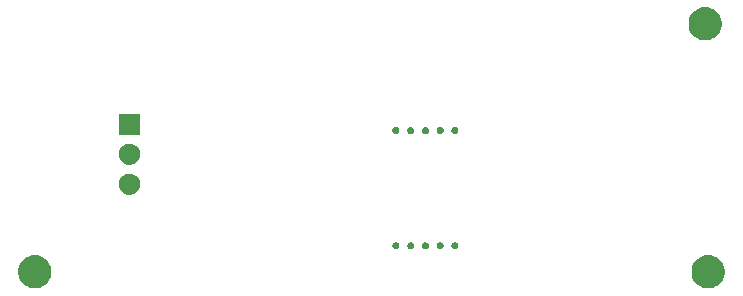
<source format=gbr>
G04 #@! TF.GenerationSoftware,KiCad,Pcbnew,(5.1.5)-3*
G04 #@! TF.CreationDate,2021-01-14T16:52:46-05:00*
G04 #@! TF.ProjectId,MOSFET_test_board,4d4f5346-4554-45f7-9465-73745f626f61,rev?*
G04 #@! TF.SameCoordinates,Original*
G04 #@! TF.FileFunction,Soldermask,Bot*
G04 #@! TF.FilePolarity,Negative*
%FSLAX46Y46*%
G04 Gerber Fmt 4.6, Leading zero omitted, Abs format (unit mm)*
G04 Created by KiCad (PCBNEW (5.1.5)-3) date 2021-01-14 16:52:46*
%MOMM*%
%LPD*%
G04 APERTURE LIST*
%ADD10C,0.100000*%
G04 APERTURE END LIST*
D10*
G36*
X29728047Y-67617934D02*
G01*
X29908365Y-67653801D01*
X30163149Y-67759336D01*
X30392448Y-67912549D01*
X30587451Y-68107552D01*
X30740664Y-68336851D01*
X30846199Y-68591635D01*
X30900000Y-68862112D01*
X30900000Y-69137888D01*
X30846199Y-69408365D01*
X30740664Y-69663149D01*
X30587451Y-69892448D01*
X30392448Y-70087451D01*
X30163149Y-70240664D01*
X29908365Y-70346199D01*
X29728047Y-70382066D01*
X29637889Y-70400000D01*
X29362111Y-70400000D01*
X29271953Y-70382066D01*
X29091635Y-70346199D01*
X28836851Y-70240664D01*
X28607552Y-70087451D01*
X28412549Y-69892448D01*
X28259336Y-69663149D01*
X28153801Y-69408365D01*
X28100000Y-69137888D01*
X28100000Y-68862112D01*
X28153801Y-68591635D01*
X28259336Y-68336851D01*
X28412549Y-68107552D01*
X28607552Y-67912549D01*
X28836851Y-67759336D01*
X29091635Y-67653801D01*
X29271953Y-67617934D01*
X29362111Y-67600000D01*
X29637889Y-67600000D01*
X29728047Y-67617934D01*
G37*
G36*
X86728047Y-67617934D02*
G01*
X86908365Y-67653801D01*
X87163149Y-67759336D01*
X87392448Y-67912549D01*
X87587451Y-68107552D01*
X87740664Y-68336851D01*
X87846199Y-68591635D01*
X87900000Y-68862112D01*
X87900000Y-69137888D01*
X87846199Y-69408365D01*
X87740664Y-69663149D01*
X87587451Y-69892448D01*
X87392448Y-70087451D01*
X87163149Y-70240664D01*
X86908365Y-70346199D01*
X86728047Y-70382066D01*
X86637889Y-70400000D01*
X86362111Y-70400000D01*
X86271953Y-70382066D01*
X86091635Y-70346199D01*
X85836851Y-70240664D01*
X85607552Y-70087451D01*
X85412549Y-69892448D01*
X85259336Y-69663149D01*
X85153801Y-69408365D01*
X85100000Y-69137888D01*
X85100000Y-68862112D01*
X85153801Y-68591635D01*
X85259336Y-68336851D01*
X85412549Y-68107552D01*
X85607552Y-67912549D01*
X85836851Y-67759336D01*
X86091635Y-67653801D01*
X86271953Y-67617934D01*
X86362111Y-67600000D01*
X86637889Y-67600000D01*
X86728047Y-67617934D01*
G37*
G36*
X62607795Y-66487640D02*
G01*
X62657507Y-66497528D01*
X62712103Y-66520143D01*
X62761239Y-66552974D01*
X62803026Y-66594761D01*
X62835857Y-66643897D01*
X62858472Y-66698493D01*
X62870000Y-66756453D01*
X62870000Y-66815547D01*
X62858472Y-66873507D01*
X62835857Y-66928103D01*
X62803026Y-66977239D01*
X62761239Y-67019026D01*
X62712103Y-67051857D01*
X62657507Y-67074472D01*
X62607795Y-67084360D01*
X62599548Y-67086000D01*
X62540452Y-67086000D01*
X62532205Y-67084360D01*
X62482493Y-67074472D01*
X62427897Y-67051857D01*
X62378761Y-67019026D01*
X62336974Y-66977239D01*
X62304143Y-66928103D01*
X62281528Y-66873507D01*
X62270000Y-66815547D01*
X62270000Y-66756453D01*
X62281528Y-66698493D01*
X62304143Y-66643897D01*
X62336974Y-66594761D01*
X62378761Y-66552974D01*
X62427897Y-66520143D01*
X62482493Y-66497528D01*
X62532205Y-66487640D01*
X62540452Y-66486000D01*
X62599548Y-66486000D01*
X62607795Y-66487640D01*
G37*
G36*
X63857795Y-66487640D02*
G01*
X63907507Y-66497528D01*
X63962103Y-66520143D01*
X64011239Y-66552974D01*
X64053026Y-66594761D01*
X64085857Y-66643897D01*
X64108472Y-66698493D01*
X64120000Y-66756453D01*
X64120000Y-66815547D01*
X64108472Y-66873507D01*
X64085857Y-66928103D01*
X64053026Y-66977239D01*
X64011239Y-67019026D01*
X63962103Y-67051857D01*
X63907507Y-67074472D01*
X63857795Y-67084360D01*
X63849548Y-67086000D01*
X63790452Y-67086000D01*
X63782205Y-67084360D01*
X63732493Y-67074472D01*
X63677897Y-67051857D01*
X63628761Y-67019026D01*
X63586974Y-66977239D01*
X63554143Y-66928103D01*
X63531528Y-66873507D01*
X63520000Y-66815547D01*
X63520000Y-66756453D01*
X63531528Y-66698493D01*
X63554143Y-66643897D01*
X63586974Y-66594761D01*
X63628761Y-66552974D01*
X63677897Y-66520143D01*
X63732493Y-66497528D01*
X63782205Y-66487640D01*
X63790452Y-66486000D01*
X63849548Y-66486000D01*
X63857795Y-66487640D01*
G37*
G36*
X60107795Y-66487640D02*
G01*
X60157507Y-66497528D01*
X60212103Y-66520143D01*
X60261239Y-66552974D01*
X60303026Y-66594761D01*
X60335857Y-66643897D01*
X60358472Y-66698493D01*
X60370000Y-66756453D01*
X60370000Y-66815547D01*
X60358472Y-66873507D01*
X60335857Y-66928103D01*
X60303026Y-66977239D01*
X60261239Y-67019026D01*
X60212103Y-67051857D01*
X60157507Y-67074472D01*
X60107795Y-67084360D01*
X60099548Y-67086000D01*
X60040452Y-67086000D01*
X60032205Y-67084360D01*
X59982493Y-67074472D01*
X59927897Y-67051857D01*
X59878761Y-67019026D01*
X59836974Y-66977239D01*
X59804143Y-66928103D01*
X59781528Y-66873507D01*
X59770000Y-66815547D01*
X59770000Y-66756453D01*
X59781528Y-66698493D01*
X59804143Y-66643897D01*
X59836974Y-66594761D01*
X59878761Y-66552974D01*
X59927897Y-66520143D01*
X59982493Y-66497528D01*
X60032205Y-66487640D01*
X60040452Y-66486000D01*
X60099548Y-66486000D01*
X60107795Y-66487640D01*
G37*
G36*
X61357795Y-66487640D02*
G01*
X61407507Y-66497528D01*
X61462103Y-66520143D01*
X61511239Y-66552974D01*
X61553026Y-66594761D01*
X61585857Y-66643897D01*
X61608472Y-66698493D01*
X61620000Y-66756453D01*
X61620000Y-66815547D01*
X61608472Y-66873507D01*
X61585857Y-66928103D01*
X61553026Y-66977239D01*
X61511239Y-67019026D01*
X61462103Y-67051857D01*
X61407507Y-67074472D01*
X61357795Y-67084360D01*
X61349548Y-67086000D01*
X61290452Y-67086000D01*
X61282205Y-67084360D01*
X61232493Y-67074472D01*
X61177897Y-67051857D01*
X61128761Y-67019026D01*
X61086974Y-66977239D01*
X61054143Y-66928103D01*
X61031528Y-66873507D01*
X61020000Y-66815547D01*
X61020000Y-66756453D01*
X61031528Y-66698493D01*
X61054143Y-66643897D01*
X61086974Y-66594761D01*
X61128761Y-66552974D01*
X61177897Y-66520143D01*
X61232493Y-66497528D01*
X61282205Y-66487640D01*
X61290452Y-66486000D01*
X61349548Y-66486000D01*
X61357795Y-66487640D01*
G37*
G36*
X65107795Y-66487640D02*
G01*
X65157507Y-66497528D01*
X65212103Y-66520143D01*
X65261239Y-66552974D01*
X65303026Y-66594761D01*
X65335857Y-66643897D01*
X65358472Y-66698493D01*
X65370000Y-66756453D01*
X65370000Y-66815547D01*
X65358472Y-66873507D01*
X65335857Y-66928103D01*
X65303026Y-66977239D01*
X65261239Y-67019026D01*
X65212103Y-67051857D01*
X65157507Y-67074472D01*
X65107795Y-67084360D01*
X65099548Y-67086000D01*
X65040452Y-67086000D01*
X65032205Y-67084360D01*
X64982493Y-67074472D01*
X64927897Y-67051857D01*
X64878761Y-67019026D01*
X64836974Y-66977239D01*
X64804143Y-66928103D01*
X64781528Y-66873507D01*
X64770000Y-66815547D01*
X64770000Y-66756453D01*
X64781528Y-66698493D01*
X64804143Y-66643897D01*
X64836974Y-66594761D01*
X64878761Y-66552974D01*
X64927897Y-66520143D01*
X64982493Y-66497528D01*
X65032205Y-66487640D01*
X65040452Y-66486000D01*
X65099548Y-66486000D01*
X65107795Y-66487640D01*
G37*
G36*
X37704561Y-60703057D02*
G01*
X37762520Y-60714586D01*
X37926310Y-60782430D01*
X38073717Y-60880924D01*
X38199076Y-61006283D01*
X38297570Y-61153690D01*
X38365414Y-61317480D01*
X38400000Y-61491358D01*
X38400000Y-61668642D01*
X38365414Y-61842520D01*
X38297570Y-62006310D01*
X38199076Y-62153717D01*
X38073717Y-62279076D01*
X37926310Y-62377570D01*
X37762520Y-62445414D01*
X37704561Y-62456943D01*
X37588644Y-62480000D01*
X37411356Y-62480000D01*
X37295439Y-62456943D01*
X37237480Y-62445414D01*
X37073690Y-62377570D01*
X36926283Y-62279076D01*
X36800924Y-62153717D01*
X36702430Y-62006310D01*
X36634586Y-61842520D01*
X36600000Y-61668642D01*
X36600000Y-61491358D01*
X36634586Y-61317480D01*
X36702430Y-61153690D01*
X36800924Y-61006283D01*
X36926283Y-60880924D01*
X37073690Y-60782430D01*
X37237480Y-60714586D01*
X37295439Y-60703057D01*
X37411356Y-60680000D01*
X37588644Y-60680000D01*
X37704561Y-60703057D01*
G37*
G36*
X37704561Y-58163057D02*
G01*
X37762520Y-58174586D01*
X37926310Y-58242430D01*
X38073717Y-58340924D01*
X38199076Y-58466283D01*
X38297570Y-58613690D01*
X38365414Y-58777480D01*
X38400000Y-58951358D01*
X38400000Y-59128642D01*
X38365414Y-59302520D01*
X38297570Y-59466310D01*
X38199076Y-59613717D01*
X38073717Y-59739076D01*
X37926310Y-59837570D01*
X37762520Y-59905414D01*
X37704561Y-59916943D01*
X37588644Y-59940000D01*
X37411356Y-59940000D01*
X37295439Y-59916943D01*
X37237480Y-59905414D01*
X37073690Y-59837570D01*
X36926283Y-59739076D01*
X36800924Y-59613717D01*
X36702430Y-59466310D01*
X36634586Y-59302520D01*
X36600000Y-59128642D01*
X36600000Y-58951358D01*
X36634586Y-58777480D01*
X36702430Y-58613690D01*
X36800924Y-58466283D01*
X36926283Y-58340924D01*
X37073690Y-58242430D01*
X37237480Y-58174586D01*
X37295439Y-58163057D01*
X37411356Y-58140000D01*
X37588644Y-58140000D01*
X37704561Y-58163057D01*
G37*
G36*
X38400000Y-57400000D02*
G01*
X36600000Y-57400000D01*
X36600000Y-55600000D01*
X38400000Y-55600000D01*
X38400000Y-57400000D01*
G37*
G36*
X63857795Y-56737640D02*
G01*
X63907507Y-56747528D01*
X63962103Y-56770143D01*
X64011239Y-56802974D01*
X64053026Y-56844761D01*
X64085857Y-56893897D01*
X64108472Y-56948493D01*
X64120000Y-57006453D01*
X64120000Y-57065547D01*
X64108472Y-57123507D01*
X64085857Y-57178103D01*
X64053026Y-57227239D01*
X64011239Y-57269026D01*
X63962103Y-57301857D01*
X63907507Y-57324472D01*
X63857795Y-57334360D01*
X63849548Y-57336000D01*
X63790452Y-57336000D01*
X63782205Y-57334360D01*
X63732493Y-57324472D01*
X63677897Y-57301857D01*
X63628761Y-57269026D01*
X63586974Y-57227239D01*
X63554143Y-57178103D01*
X63531528Y-57123507D01*
X63520000Y-57065547D01*
X63520000Y-57006453D01*
X63531528Y-56948493D01*
X63554143Y-56893897D01*
X63586974Y-56844761D01*
X63628761Y-56802974D01*
X63677897Y-56770143D01*
X63732493Y-56747528D01*
X63782205Y-56737640D01*
X63790452Y-56736000D01*
X63849548Y-56736000D01*
X63857795Y-56737640D01*
G37*
G36*
X60107795Y-56737640D02*
G01*
X60157507Y-56747528D01*
X60212103Y-56770143D01*
X60261239Y-56802974D01*
X60303026Y-56844761D01*
X60335857Y-56893897D01*
X60358472Y-56948493D01*
X60370000Y-57006453D01*
X60370000Y-57065547D01*
X60358472Y-57123507D01*
X60335857Y-57178103D01*
X60303026Y-57227239D01*
X60261239Y-57269026D01*
X60212103Y-57301857D01*
X60157507Y-57324472D01*
X60107795Y-57334360D01*
X60099548Y-57336000D01*
X60040452Y-57336000D01*
X60032205Y-57334360D01*
X59982493Y-57324472D01*
X59927897Y-57301857D01*
X59878761Y-57269026D01*
X59836974Y-57227239D01*
X59804143Y-57178103D01*
X59781528Y-57123507D01*
X59770000Y-57065547D01*
X59770000Y-57006453D01*
X59781528Y-56948493D01*
X59804143Y-56893897D01*
X59836974Y-56844761D01*
X59878761Y-56802974D01*
X59927897Y-56770143D01*
X59982493Y-56747528D01*
X60032205Y-56737640D01*
X60040452Y-56736000D01*
X60099548Y-56736000D01*
X60107795Y-56737640D01*
G37*
G36*
X61357795Y-56737640D02*
G01*
X61407507Y-56747528D01*
X61462103Y-56770143D01*
X61511239Y-56802974D01*
X61553026Y-56844761D01*
X61585857Y-56893897D01*
X61608472Y-56948493D01*
X61620000Y-57006453D01*
X61620000Y-57065547D01*
X61608472Y-57123507D01*
X61585857Y-57178103D01*
X61553026Y-57227239D01*
X61511239Y-57269026D01*
X61462103Y-57301857D01*
X61407507Y-57324472D01*
X61357795Y-57334360D01*
X61349548Y-57336000D01*
X61290452Y-57336000D01*
X61282205Y-57334360D01*
X61232493Y-57324472D01*
X61177897Y-57301857D01*
X61128761Y-57269026D01*
X61086974Y-57227239D01*
X61054143Y-57178103D01*
X61031528Y-57123507D01*
X61020000Y-57065547D01*
X61020000Y-57006453D01*
X61031528Y-56948493D01*
X61054143Y-56893897D01*
X61086974Y-56844761D01*
X61128761Y-56802974D01*
X61177897Y-56770143D01*
X61232493Y-56747528D01*
X61282205Y-56737640D01*
X61290452Y-56736000D01*
X61349548Y-56736000D01*
X61357795Y-56737640D01*
G37*
G36*
X62607795Y-56737640D02*
G01*
X62657507Y-56747528D01*
X62712103Y-56770143D01*
X62761239Y-56802974D01*
X62803026Y-56844761D01*
X62835857Y-56893897D01*
X62858472Y-56948493D01*
X62870000Y-57006453D01*
X62870000Y-57065547D01*
X62858472Y-57123507D01*
X62835857Y-57178103D01*
X62803026Y-57227239D01*
X62761239Y-57269026D01*
X62712103Y-57301857D01*
X62657507Y-57324472D01*
X62607795Y-57334360D01*
X62599548Y-57336000D01*
X62540452Y-57336000D01*
X62532205Y-57334360D01*
X62482493Y-57324472D01*
X62427897Y-57301857D01*
X62378761Y-57269026D01*
X62336974Y-57227239D01*
X62304143Y-57178103D01*
X62281528Y-57123507D01*
X62270000Y-57065547D01*
X62270000Y-57006453D01*
X62281528Y-56948493D01*
X62304143Y-56893897D01*
X62336974Y-56844761D01*
X62378761Y-56802974D01*
X62427897Y-56770143D01*
X62482493Y-56747528D01*
X62532205Y-56737640D01*
X62540452Y-56736000D01*
X62599548Y-56736000D01*
X62607795Y-56737640D01*
G37*
G36*
X65107795Y-56737640D02*
G01*
X65157507Y-56747528D01*
X65212103Y-56770143D01*
X65261239Y-56802974D01*
X65303026Y-56844761D01*
X65335857Y-56893897D01*
X65358472Y-56948493D01*
X65370000Y-57006453D01*
X65370000Y-57065547D01*
X65358472Y-57123507D01*
X65335857Y-57178103D01*
X65303026Y-57227239D01*
X65261239Y-57269026D01*
X65212103Y-57301857D01*
X65157507Y-57324472D01*
X65107795Y-57334360D01*
X65099548Y-57336000D01*
X65040452Y-57336000D01*
X65032205Y-57334360D01*
X64982493Y-57324472D01*
X64927897Y-57301857D01*
X64878761Y-57269026D01*
X64836974Y-57227239D01*
X64804143Y-57178103D01*
X64781528Y-57123507D01*
X64770000Y-57065547D01*
X64770000Y-57006453D01*
X64781528Y-56948493D01*
X64804143Y-56893897D01*
X64836974Y-56844761D01*
X64878761Y-56802974D01*
X64927897Y-56770143D01*
X64982493Y-56747528D01*
X65032205Y-56737640D01*
X65040452Y-56736000D01*
X65099548Y-56736000D01*
X65107795Y-56737640D01*
G37*
G36*
X86478047Y-46617934D02*
G01*
X86658365Y-46653801D01*
X86913149Y-46759336D01*
X87142448Y-46912549D01*
X87337451Y-47107552D01*
X87490664Y-47336851D01*
X87596199Y-47591635D01*
X87650000Y-47862112D01*
X87650000Y-48137888D01*
X87596199Y-48408365D01*
X87490664Y-48663149D01*
X87337451Y-48892448D01*
X87142448Y-49087451D01*
X86913149Y-49240664D01*
X86658365Y-49346199D01*
X86478047Y-49382066D01*
X86387889Y-49400000D01*
X86112111Y-49400000D01*
X86021953Y-49382066D01*
X85841635Y-49346199D01*
X85586851Y-49240664D01*
X85357552Y-49087451D01*
X85162549Y-48892448D01*
X85009336Y-48663149D01*
X84903801Y-48408365D01*
X84850000Y-48137888D01*
X84850000Y-47862112D01*
X84903801Y-47591635D01*
X85009336Y-47336851D01*
X85162549Y-47107552D01*
X85357552Y-46912549D01*
X85586851Y-46759336D01*
X85841635Y-46653801D01*
X86021953Y-46617934D01*
X86112111Y-46600000D01*
X86387889Y-46600000D01*
X86478047Y-46617934D01*
G37*
M02*

</source>
